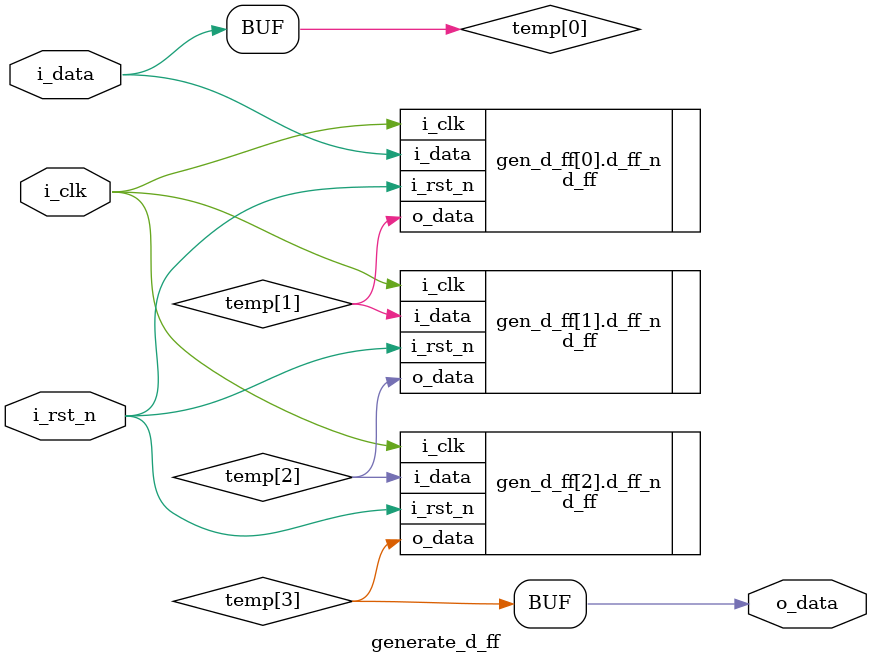
<source format=v>
module generate_d_ff
#(parameter D=1,N=3)(
input i_clk, i_rst_n,
input 		[D-1:0] i_data,
output 		[D-1:0] o_data);

wire [D-1:0] temp[0:N];//[0:N] is depth,number

assign temp[0]=i_data;
genvar i;
	generate for(i=0;i<N;i=i+1)
	begin: gen_d_ff
		d_ff #(D) 
			d_ff_n(
				.i_clk(i_clk),
				.i_rst_n(i_rst_n),
				.i_data(temp[i]),
				.o_data(temp[i+1]));
		end
	endgenerate
assign o_data=temp[N];

endmodule

</source>
